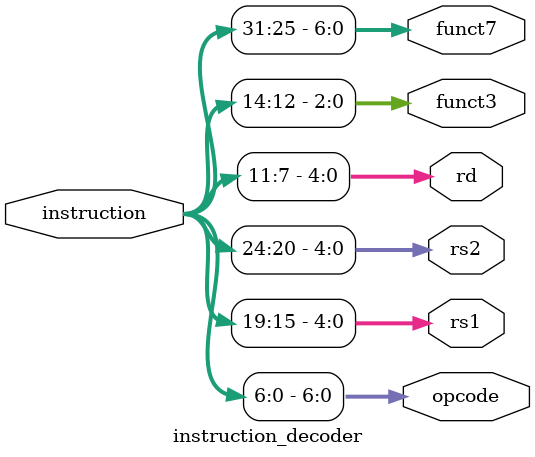
<source format=sv>
module instruction_decoder (
    input logic [31:0] instruction,
    output logic [6:0] opcode,
    output logic [4:0] rs1,
    output logic [4:0] rs2,
    output logic [4:0] rd,
    output logic [2:0] funct3,
    output logic [6:0] funct7
);

assign opcode = instruction[6:0];
assign rs1 = instruction[19:15];
assign rs2 = instruction[24:20];
assign rd = instruction[11:7];
assign funct3 = instruction[14:12];
assign funct7 = instruction [31:25];

endmodule
</source>
